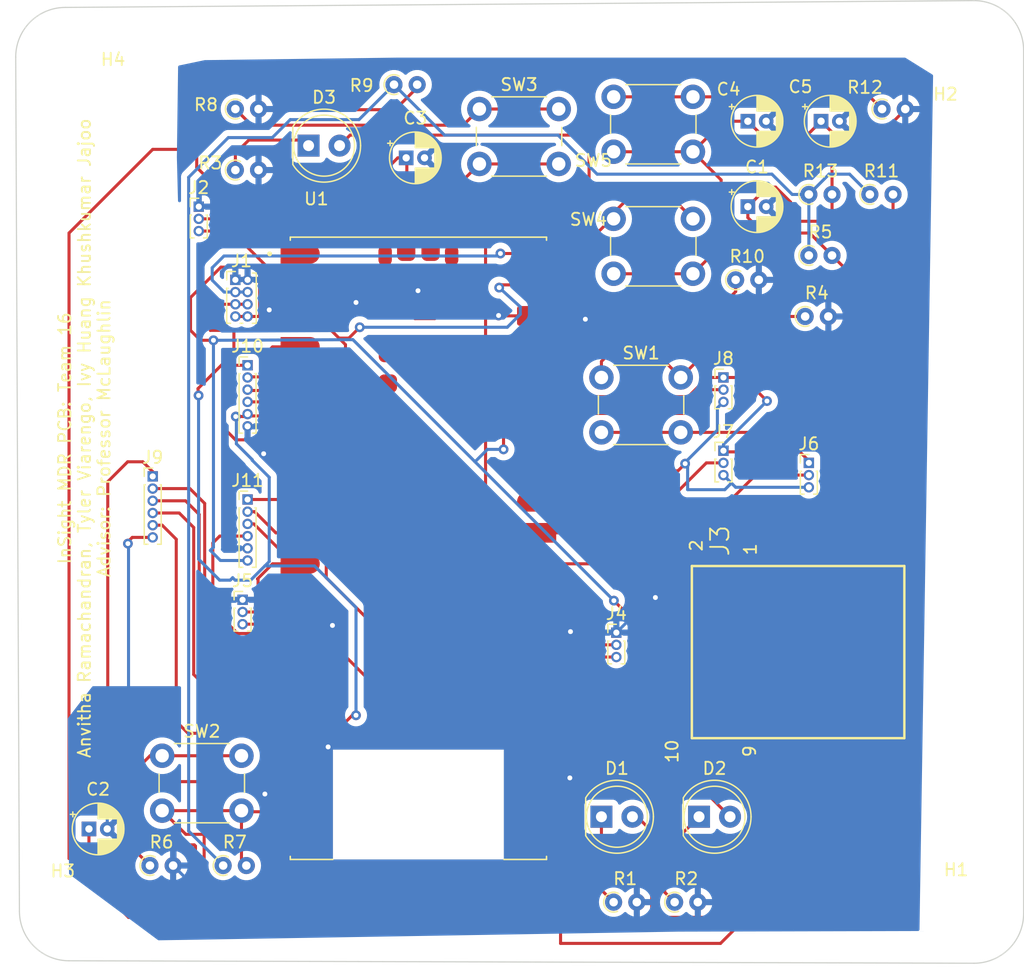
<source format=kicad_pcb>
(kicad_pcb (version 20221018) (generator pcbnew)
  (layers (0 "F.Cu" signal) (31 "B.Cu" signal) (34 "B.Paste" user) (35 "F.Paste" user) (36 "B.SilkS" user "B.Silkscreen") (37 "F.SilkS" user "F.Silkscreen") (38 "B.Mask" user) (39 "F.Mask" user) (44 "Edge.Cuts" user))
  (net 0 "")
  (net 1 "/RST")
  (net 2 "GND")
  (net 3 "/SW0")
  (net 4 "/SW1")
  (net 5 "/SW2")
  (net 6 "Net-(D1-K)")
  (net 7 "+3.3V")
  (net 8 "Net-(D2-K)")
  (net 9 "/LED0")
  (net 10 "Net-(D3-K)")
  (net 11 "/LED1")
  (net 12 "VBUS")
  (net 13 "+5V")
  (net 14 "/GP0_UART0_TX")
  (net 15 "/GP1_UART0_RX")
  (net 16 "/I2C0_SDA")
  (net 17 "/I2C0_SCL")
  (net 18 "/SWCLK")
  (net 19 "/SWDIO")
  (net 20 "/GP8_UART1_TX")
  (net 21 "/GP9_UART1_RX")
  (net 22 "VDDA")
  (net 23 "/GP26_ADC0")
  (net 24 "GNDA")
  (net 25 "/GP27_ADC1")
  (net 26 "/GP28_ADC2")
  (net 27 "/SPI1_CS")
  (net 28 "/SPI1_SCK")
  (net 29 "/SPI1_MOSI")
  (net 30 "/SPI1_MISO")
  (net 31 "/SPI0_CS")
  (net 32 "/SPI0_SCK")
  (net 33 "/SPI0_MOSI")
  (net 34 "/SPI0_MISO")
  (net 35 "/GP6_INT")
  (net 36 "/GP7_AD0")
  (net 37 "/I2C1_SDA")
  (net 38 "/I2C1_SCL")
  (net 39 "Net-(R4-Pad1)")
  (net 40 "+3V3")
  (net 41 "Net-(R6-Pad1)")
  (net 42 "Net-(R8-Pad1)")
  (net 43 "Net-(R10-Pad1)")
  (net 50 "unconnected-(U1-USB_SHIELD-PadA)")
  (net 51 "Net-(R12-Pad1)")
  (footprint "Connector_PinHeader_1.00mm:PinHeader_1x06_P1.00mm_Vertical" (layer "F.Cu") (at 49.2252 62.1068)
    (fp_text reference "J9")
    (fp_text value "Conn_01x06")
  )
  (footprint "MountingHole:MountingHole_3.2mm_M3_ISO7380" (layer "F.Cu") (at 42.6212 28.2956)
    (fp_text reference "H4")
    (fp_text value "MountingHole")
  )
  (footprint "Resistor_THT:R_Axial_DIN0204_L3.6mm_D1.6mm_P1.90mm_Vertical" (layer "F.Cu") (at 56 32)
    (fp_text reference "R8")
    (fp_text value "100")
  )
  (footprint "Connector_PinHeader_1.00mm:PinHeader_1x03_P1.00mm_Vertical" (layer "F.Cu") (at 87.2236 74.9112)
    (fp_text reference "J4")
    (fp_text value "Conn_01x03")
  )
  (footprint "Button_Switch_THT:SW_PUSH_6mm" (layer "F.Cu") (at 76 32)
    (fp_text reference "SW3")
    (fp_text value "SW_Push")
  )
  (footprint "Resistor_THT:R_Axial_DIN0204_L3.6mm_D1.6mm_P1.90mm_Vertical" (layer "F.Cu") (at 92 97)
    (fp_text reference "R2")
    (fp_text value "330")
  )
  (footprint "Resistor_THT:R_Axial_DIN0204_L3.6mm_D1.6mm_P1.90mm_Vertical" (layer "F.Cu") (at 49 94)
    (fp_text reference "R6")
    (fp_text value "100")
  )
  (footprint "Button_Switch_THT:SW_PUSH_6mm" (layer "F.Cu") (at 50 85)
    (fp_text reference "SW2")
    (fp_text value "SW_Push")
  )
  (footprint "Connector_PinHeader_1.00mm:PinHeader_1x06_P1.00mm_Vertical" (layer "F.Cu") (at 57 53)
    (fp_text reference "J10")
    (fp_text value "Conn_01x06")
  )
  (footprint "Capacitor_THT:CP_Radial_D4.0mm_P1.50mm" (layer "F.Cu") (at 104 33)
    (fp_text reference "C5")
    (fp_text value "100nF")
  )
  (footprint "Capacitor_THT:CP_Radial_D4.0mm_P1.50mm" (layer "F.Cu") (at 98 40)
    (fp_text reference "C1")
    (fp_text value "100nF")
  )
  (footprint "Button_Switch_THT:SW_PUSH_6mm" (layer "F.Cu") (at 86 54)
    (fp_text reference "SW1")
    (fp_text value "SW_Push")
  )
  (footprint "Resistor_THT:R_Axial_DIN0204_L3.6mm_D1.6mm_P1.90mm_Vertical" (layer "F.Cu") (at 56 37)
    (fp_text reference "R3")
    (fp_text value "330")
  )
  (footprint "Resistor_THT:R_Axial_DIN0204_L3.6mm_D1.6mm_P1.90mm_Vertical" (layer "F.Cu") (at 108 39)
    (fp_text reference "R11")
    (fp_text value "10k")
  )
  (footprint "Connector_PinHeader_1.00mm:PinHeader_1x03_P1.00mm_Vertical" (layer "F.Cu") (at 96 60)
    (fp_text reference "J7")
    (fp_text value "Conn_01x03")
  )
  (footprint "MountingHole:MountingHole_3.2mm_M3_ISO7380" (layer "F.Cu") (at 41.8592 98.298)
    (fp_text reference "H3")
    (fp_text value "MountingHole")
  )
  (footprint "Connector_PinHeader_1.00mm:PinHeader_1x03_P1.00mm_Vertical" (layer "F.Cu") (at 103 61)
    (fp_text reference "J6")
    (fp_text value "Conn_01x03")
  )
  (footprint "Capacitor_THT:CP_Radial_D4.0mm_P1.50mm" (layer "F.Cu") (at 44 91)
    (fp_text reference "C2")
    (fp_text value "100nF")
  )
  (footprint "LED_THT:LED_D5.0mm" (layer "F.Cu") (at 62 35)
    (fp_text reference "D3")
    (fp_text value "LED")
  )
  (footprint "LED_THT:LED_D5.0mm" (layer "F.Cu") (at 86 90)
    (fp_text reference "D1")
    (fp_text value "LED")
  )
  (footprint "Resistor_THT:R_Axial_DIN0204_L3.6mm_D1.6mm_P1.90mm_Vertical" (layer "F.Cu") (at 109 32)
    (fp_text reference "R12")
    (fp_text value "100")
  )
  (footprint "Resistor_THT:R_Axial_DIN0204_L3.6mm_D1.6mm_P1.90mm_Vertical" (layer "F.Cu") (at 103 44)
    (fp_text reference "R5")
    (fp_text value "10k")
  )
  (footprint "Connector_PinHeader_1.00mm:PinHeader_1x03_P1.00mm_Vertical" (layer "F.Cu") (at 56.5912 72.2188)
    (fp_text reference "J5")
    (fp_text value "Conn_01x03")
  )
  (footprint "SAMTEC-SMH-105-02-X-D:SAMTEC-SMH-105-02-X-D" (layer "F.Cu") (at 106.1212 76.5048 -90)
    (fp_text reference "J3")
    (fp_text value "SM04B-SRSS-TB")
  )
  (footprint "Resistor_THT:R_Axial_DIN0204_L3.6mm_D1.6mm_P1.90mm_Vertical" (layer "F.Cu") (at 103 39)
    (fp_text reference "R13")
    (fp_text value "10k")
  )
  (footprint "LED_THT:LED_D5.0mm" (layer "F.Cu") (at 94 90)
    (fp_text reference "D2")
    (fp_text value "LED")
  )
  (footprint "Connector_PinHeader_1.00mm:PinHeader_1x06_P1.00mm_Vertical" (layer "F.Cu") (at 57 64)
    (fp_text reference "J11")
    (fp_text value "Conn_01x06")
  )
  (footprint "Button_Switch_THT:SW_PUSH_6mm" (layer "F.Cu") (at 87 41)
    (fp_text reference "SW4")
    (fp_text value "SW_Push")
  )
  (footprint "Capacitor_THT:CP_Radial_D4.0mm_P1.50mm" (layer "F.Cu") (at 70 36)
    (fp_text reference "C3")
    (fp_text value "100nF")
  )
  (footprint "Connector_PinHeader_1.00mm:PinHeader_1x03_P1.00mm_Vertical" (layer "F.Cu") (at 96 54)
    (fp_text reference "J8")
    (fp_text value "Conn_01x03")
  )
  (footprint "Resistor_THT:R_Axial_DIN0204_L3.6mm_D1.6mm_P1.90mm_Vertical" (layer "F.Cu") (at 97 46)
    (fp_text reference "R10")
    (fp_text value "100")
  )
  (footprint "Resistor_THT:R_Axial_DIN0204_L3.6mm_D1.6mm_P1.90mm_Vertical" (layer "F.Cu") (at 102.6972 49)
    (fp_text reference "R4")
    (fp_text value "100")
  )
  (footprint "Connector_PinHeader_1.00mm:PinHeader_2x04_P1.00mm_Vertical" (layer "F.Cu") (at 56 46)
    (fp_text reference "J1")
    (fp_text value "Conn_02x04_Odd_Even")
  )
  (footprint "MountingHole:MountingHole_3.2mm_M3_ISO7380" (layer "F.Cu") (at 115.062 98.1964)
    (fp_text reference "H1")
    (fp_text value "MountingHole")
  )
  (footprint "Button_Switch_THT:SW_PUSH_6mm" (layer "F.Cu") (at 87 31)
    (fp_text reference "SW5")
    (fp_text value "SW_Push")
  )
  (footprint "Resistor_THT:R_Axial_DIN0204_L3.6mm_D1.6mm_P1.90mm_Vertical" (layer "F.Cu") (at 87 97)
    (fp_text reference "R1")
    (fp_text value "330")
  )
  (footprint "Resistor_THT:R_Axial_DIN0204_L3.6mm_D1.6mm_P1.90mm_Vertical" (layer "F.Cu") (at 69 30)
    (fp_text reference "R9")
    (fp_text value "10k")
  )
  (footprint "Connector_PinHeader_1.00mm:PinHeader_1x03_P1.00mm_Vertical" (layer "F.Cu") (at 53 40)
    (fp_text reference "J2")
    (fp_text value "Conn_01x03")
  )
  (footprint "Resistor_THT:R_Axial_DIN0204_L3.6mm_D1.6mm_P1.90mm_Vertical" (layer "F.Cu") (at 55 94)
    (fp_text reference "R7")
    (fp_text value "10k")
  )
  (footprint "Capacitor_THT:CP_Radial_D4.0mm_P1.50mm" (layer "F.Cu") (at 98 33)
    (fp_text reference "C4")
    (fp_text value "100nF")
  )
  (footprint "SC0918:MODULE_SC0918" (layer "F.Cu") (at 71 68)
    (fp_text reference "U1")
    (fp_text value "SC0918")
    (fp_line (start -7 16.5) (end 7 16.5) (stroke (width 0.01)) (layer "Edge.Cuts"))
    (fp_line (start -7 25.5) (end -7 16.5) (stroke (width 0.01)) (layer "Edge.Cuts"))
    (fp_line (start 7 16.5) (end 7 25.5) (stroke (width 0.01)) (layer "Edge.Cuts"))
    (fp_line (start 7 25.5) (end -7 25.5) (stroke (width 0.01)) (layer "Edge.Cuts"))
  )
  (footprint "MountingHole:MountingHole_3.2mm_M3_ISO7380" (layer "F.Cu") (at 114.3 27.5336)
    (fp_text reference "H2")
    (fp_text value "MountingHole")
  )
  (gr_arc (start 37.9984 27.7368) (mid 39.188718 24.863118) (end 42.0624 23.6728) (stroke (width 0.1)) (layer "Edge.Cuts"))
  (gr_line (start 37.9984 27.7368) (end 38.3032 97.7392) (stroke (width 0.1)) (layer "Edge.Cuts"))
  (gr_arc (start 120.5992 97.9424) (mid 119.408882 100.816082) (end 116.5352 102.0064) (stroke (width 0.1)) (layer "Edge.Cuts"))
  (gr_arc (start 42.3672 101.8032) (mid 39.493518 100.612882) (end 38.3032 97.7392) (stroke (width 0.1)) (layer "Edge.Cuts"))
  (gr_line (start 116.5352 102.0064) (end 42.3672 101.8032) (stroke (width 0.1)) (layer "Edge.Cuts"))
  (gr_line (start 42.0624 23.6728) (end 116.5352 23.114) (stroke (width 0.1)) (layer "Edge.Cuts"))
  (gr_line (start 120.5992 27.178) (end 120.5992 97.9424) (stroke (width 0.1)) (layer "Edge.Cuts"))
  (gr_arc (start 116.5352 23.114) (mid 119.408882 24.304318) (end 120.5992 27.178) (stroke (width 0.1)) (layer "Edge.Cuts"))
  (gr_text "InSight MDR PCB: Team 16\nAnvitha Ramachandran, Tyler Viarengo, Ivy Huang Khushkumar Jajoo\nAdvisor: Professor McLaughlin" (at 45.8216 58.9788 90) (layer "F.SilkS") (effects (font (size 1 1)) (justify bottom)))
  (segment (start 98 40.9008) (end 99.2632 42.164) (width 0.25) (layer "F.Cu") (net 1))
  (segment (start 103.2468 69.27) (end 80.69 69.27) (width 0.25) (layer "F.Cu") (net 1))
  (segment (start 107.6452 52.0192) (end 107.6452 46.7452) (width 0.25) (layer "F.Cu") (net 1))
  (segment (start 104.4956 41.1988) (end 109.9312 46.6344) (width 0.25) (layer "F.Cu") (net 1))
  (segment (start 107.6452 46.7452) (end 104.9 44) (width 0.25) (layer "F.Cu") (net 1))
  (segment (start 101.4984 41.1988) (end 104.4956 41.1988) (width 0.25) (layer "F.Cu") (net 1))
  (segment (start 99.2632 42.164) (end 103.064 42.164) (width 0.25) (layer "F.Cu") (net 1))
  (segment (start 101.4984 39.624) (end 101.4984 41.1988) (width 0.25) (layer "F.Cu") (net 1))
  (segment (start 103.064 42.164) (end 104.9 44) (width 0.25) (layer "F.Cu") (net 1))
  (segment (start 109.9312 62.5856) (end 103.2468 69.27) (width 0.25) (layer "F.Cu") (net 1))
  (segment (start 98 40) (end 99.5952 38.4048) (width 0.25) (layer "F.Cu") (net 1))
  (segment (start 109.9312 46.6344) (end 109.9312 62.5856) (width 0.25) (layer "F.Cu") (net 1))
  (segment (start 98 40) (end 98 40.9008) (width 0.25) (layer "F.Cu") (net 1))
  (segment (start 99.5952 38.4048) (end 100.2792 38.4048) (width 0.25) (layer "F.Cu") (net 1))
  (segment (start 92.5 58.5) (end 101.1644 58.5) (width 0.25) (layer "F.Cu") (net 1))
  (segment (start 86 58.5) (end 92.5 58.5) (width 0.25) (layer "F.Cu") (net 1))
  (segment (start 100.2792 38.4048) (end 101.4984 39.624) (width 0.25) (layer "F.Cu") (net 1))
  (segment (start 101.1644 58.5) (end 107.6452 52.0192) (width 0.25) (layer "F.Cu") (net 1))
  (segment (start 77.0128 72.4408) (end 74.676 72.4408) (width 0.25) (layer "F.Cu") (net 2))
  (segment (start 98.1456 70.2056) (end 92.2528 70.2056) (width 0.25) (layer "F.Cu") (net 2))
  (segment (start 83.1808 87.05) (end 83.4136 86.8172) (width 0.25) (layer "F.Cu") (net 2))
  (segment (start 58.42 88.138) (end 60.222 88.138) (width 0.25) (layer "F.Cu") (net 2))
  (segment (start 74.676 72.4408) (end 74.1241 72.9927) (width 0.25) (layer "F.Cu") (net 2))
  (segment (start 61.8956 87.05) (end 63.5 85.4456) (width 0.25) (layer "F.Cu") (net 2))
  (segment (start 98.8442 70.9042) (end 98.1456 70.2056) (width 0.25) (layer "F.Cu") (net 2))
  (segment (start 110.9 32) (end 110.9 32.0512) (width 0.25) (layer "F.Cu") (net 2))
  (segment (start 55.0672 72.644) (end 55.4924 72.2188) (width 0.25) (layer "F.Cu") (net 2))
  (segment (start 55.0672 73.8632) (end 55.0672 72.644) (width 0.25) (layer "F.Cu") (net 2))
  (segment (start 62.4064 47.8536) (end 61.31 48.95) (width 0.25) (layer "F.Cu") (net 2))
  (segment (start 61.31 48.95) (end 59.2624 48.95) (width 0.25) (layer "F.Cu") (net 2))
  (segment (start 47.5488 67.1068) (end 47.1932 67.4624) (width 0.25) (layer "F.Cu") (net 2))
  (segment (start 80.69 74.35) (end 78.922 74.35) (width 0.25) (layer "F.Cu") (net 2))
  (segment (start 56.1848 74.9808) (end 55.0672 73.8632) (width 0.25) (layer "F.Cu") (net 2))
  (segment (start 61.31 87.05) (end 61.8956 87.05) (width 0.25) (layer "F.Cu") (net 2))
  (segment (start 63.5 85.4456) (end 63.5 84.3788) (width 0.25) (layer "F.Cu") (net 2))
  (segment (start 77.6012 48.95) (end 77.5716 48.9204) (width 0.25) (layer "F.Cu") (net 2))
  (segment (start 60.6792 74.9808) (end 56.1848 74.9808) (width 0.25) (layer "F.Cu") (net 2))
  (segment (start 61.31 74.35) (end 61.3396 74.3204) (width 0.25) (layer "F.Cu") (net 2))
  (segment (start 63.5 84.3788) (end 63.6016 84.2772) (width 0.25) (layer "F.Cu") (net 2))
  (segment (start 74.1241 72.9927) (end 74.1241 73.7) (width 0.25) (layer "F.Cu") (net 2))
  (segment (start 92.2528 70.2056) (end 90.424 72.0344) (width 0.25) (layer "F.Cu") (net 2))
  (segment (start 108.2548 34.6964) (end 107.1964 34.6964) (width 0.25) (layer "F.Cu") (net 2))
  (segment (start 59.9088 60.2488) (end 61.31 61.65) (width 0.25) (layer "F.Cu") (net 2))
  (segment (start 80.69 48.95) (end 77.6012 48.95) (width 0.25) (layer "F.Cu") (net 2))
  (segment (start 98.8442 71.4248) (end 98.8442 70.9042) (width 0.25) (layer "F.Cu") (net 2))
  (segment (start 107.1964 34.6964) (end 105.5 33) (width 0.25) (layer "F.Cu") (net 2))
  (segment (start 84.4084 48.95) (end 80.69 48.95) (width 0.25) (layer "F.Cu") (net 2))
  (segment (start 65.8876 47.8536) (end 62.4064 47.8536) (width 0.25) (layer "F.Cu") (net 2))
  (segment (start 55.4924 72.2188) (end 56.5912 72.2188) (width 0.25) (layer "F.Cu") (net 2))
  (segment (start 84.6836 49.2252) (end 84.4084 48.95) (width 0.25) (layer "F.Cu") (net 2))
  (segment (start 49.2252 67.1068) (end 47.5488 67.1068) (width 0.25) (layer "F.Cu") (net 2))
  (segment (start 58.3184 60.2488) (end 59.9088 60.2488) (width 0.25) (layer "F.Cu") (net 2))
  (segment (start 61.31 74.35) (end 60.6792 74.9808) (width 0.25) (layer "F.Cu") (net 2))
  (segment (start 81.1684 74.8284) (end 80.69 74.35) (width 0.25) (layer "F.Cu") (net 2))
  (segment (start 60.222 88.138) (end 61.31 87.05) (width 0.25) (layer "F.Cu") (net 2))
  (segment (start 83.4644 74.8284) (end 81.1684 74.8284) (width 0.25) (layer "F.Cu") (net 2))
  (segment (start 61.3396 74.3204) (end 63.9572 74.3204) (width 0.25) (layer "F.Cu") (net 2))
  (segment (start 110.9 32.0512) (end 108.2548 34.6964) (width 0.25) (layer "F.Cu") (net 2))
  (segment (start 78.922 74.35) (end 77.0128 72.4408) (width 0.25) (layer "F.Cu") (net 2))
  (segment (start 59.2624 48.95) (end 58.7756 48.4632) (width 0.25) (layer "F.Cu") (net 2))
  (segment (start 80.69 87.05) (end 83.1808 87.05) (width 0.25) (layer "F.Cu") (net 2))
  (via (at 65.8876 47.8536) (size 0.8) (drill 0.4) (layers "F.Cu" "B.Cu") (net 2))
  (via (at 83.4136 86.8172) (size 0.8) (drill 0.4) (layers "F.Cu" "B.Cu") (net 2))
  (via (at 58.42 88.138) (size 0.8) (drill 0.4) (layers "F.Cu" "B.Cu") (net 2))
  (via (at 58.3184 60.2488) (size 0.8) (drill 0.4) (layers "F.Cu" "B.Cu") (net 2))
  (via (at 63.9572 74.3204) (size 0.8) (drill 0.4) (layers "F.Cu" "B.Cu") (net 2))
  (via (at 90.424 72.0344) (size 0.8) (drill 0.4) (layers "F.Cu" "B.Cu") (net 2))
  (via (at 84.6836 49.2252) (size 0.8) (drill 0.4) (layers "F.Cu" "B.Cu") (net 2))
  (via (at 83.4644 74.8284) (size 0.8) (drill 0.4) (layers "F.Cu" "B.Cu") (net 2))
  (via (at 47.1932 67.6148) (size 0.8) (drill 0.4) (layers "F.Cu" "B.Cu") (net 2))
  (via (at 77.5716 48.9204) (size 0.8) (drill 0.4) (layers "F.Cu" "B.Cu") (net 2))
  (via (at 58.7756 48.4632) (size 0.8) (drill 0.4) (layers "F.Cu" "B.Cu") (net 2))
  (via (at 70.9676 46.8884) (size 0.8) (drill 0.4) (layers "F.Cu" "B.Cu") (net 2))
  (via (at 63.6016 84.2772) (size 0.8) (drill 0.4) (layers "F.Cu" "B.Cu") (net 2))
  (segment (start 70.9676 46.7868) (end 70.9676 46.8884) (width 0.25) (layer "B.Cu") (net 2))
  (segment (start 58.42 94.6404) (end 56.7944 96.266) (width 0.25) (layer "B.Cu") (net 2))
  (segment (start 50.9 94) (end 52.2024 94) (width 0.25) (layer "B.Cu") (net 2))
  (segment (start 58.446 46) (end 58.7756 46.3296) (width 0.25) (layer "B.Cu") (net 2))
  (segment (start 56.1636 68) (end 55.118 66.9544) (width 0.25) (layer "B.Cu") (net 2))
  (segment (start 63.9572 83.7692) (end 63.6016 84.2772) (width 0.25) (layer "B.Cu") (net 2))
  (segment (start 56.8772 68.1228) (end 57 68) (width 0.25) (layer "B.Cu") (net 2))
  (segment (start 57 46) (end 58.446 46) (width 0.25) (layer "B.Cu") (net 2))
  (segment (start 75.438 46.7868) (end 77.5716 48.9204) (width 0.25) (layer "B.Cu") (net 2))
  (segment (start 55.9816 51.8668) (end 57.7596 51.8668) (width 0.25) (layer "B.Cu") (net 2))
  (segment (start 51.054 93.846) (end 50.9 94) (width 0.25) (layer "B.Cu") (net 2))
  (segment (start 69.9008 47.8536) (end 65.8876 47.8536) (width 0.25) (layer "B.Cu") (net 2))
  (segment (start 53.166 96.266) (end 50.9 94) (width 0.25) (layer "B.Cu") (net 2))
  (segment (start 83.4644 74.8284) (end 83.4644 86.7664) (width 0.25) (layer "B.Cu") (net 2))
  (segment (start 55.6448 72.2188) (end 55.0672 72.7964) (width 0.25) (layer "B.Cu") (net 2))
  (segment (start 43.2816 88.9508) (end 43.2816 82.042) (width 0.25) (layer "B.Cu") (net 2))
  (segment (start 56.5912 72.2188) (end 55.6448 72.2188) (width 0.25) (layer "B.Cu") (net 2))
  (segment (start 90.17 71.9648) (end 87.2236 74.9112) (width 0.25) (layer "B.Cu") (net 2))
  (segment (start 47.244 79.8068) (end 47.0408 80.01) (width 0.25) (layer "B.Cu") (net 2))
  (segment (start 57.2888 58) (end 57 58) (width 0.25) (layer "B.Cu") (net 2))
  (segment (start 47.1932 67.6148) (end 47.244 67.6656) (width 0.25) (layer "B.Cu") (net 2))
  (segment (start 63.9572 74.3204) (end 63.9572 83.7692) (width 0.25) (layer "B.Cu") (net 2))
  (segment (start 57 68) (end 56.1636 68) (width 0.25) (layer "B.Cu") (net 2))
  (segment (start 90.424 71.7804) (end 90.424 54.9656) (width 0.25) (layer "B.Cu") (net 2))
  (segment (start 47.8028 90.7796) (end 49.1744 92.1512) (width 0.25) (layer "B.Cu") (net 2))
  (segment (start 45.3136 80.01) (end 47.0408 80.01) (width 0.25) (layer "B.Cu") (net 2))
  (segment (start 56.7944 96.266) (end 53.166 96.266) (width 0.25) (layer "B.Cu") (net 2))
  (segment (start 51.054 92.1512) (end 51.054 93.846) (width 0.25) (layer "B.Cu") (net 2))
  (segment (start 58.7756 46.3296) (end 58.7756 48.4632) (width 0.25) (layer "B.Cu") (net 2))
  (segment (start 58.3184 60.2488) (end 57 58.9304) (width 0.25) (layer "B.Cu") (net 2))
  (segment (start 87.1408 74.8284) (end 83.4644 74.8284) (width 0.25) (layer "B.Cu") (net 2))
  (segment (start 70.9676 46.7868) (end 70.9676 46.7868) (width 0.25) (layer "B.Cu") (net 2))
  (segment (start 55.118 52.9844) (end 55.9816 52.1208) (width 0.25) (layer "B.Cu") (net 2))
  (segment (start 57 58.9304) (end 57 58) (width 0.25) (layer "B.Cu") (net 2))
  (segment (start 45.5 90.1532) (end 44.2976 88.9508) (width 0.25) (layer "B.Cu") (net 2))
  (segment (start 70.9676 46.8884) (end 70.866 46.8884) (width 0.25) (layer "B.Cu") (net 2))
  (segment (start 45.5 91) (end 45.5 90.1532) (width 0.25) (layer "B.Cu") (net 2))
  (segment (start 43.2816 82.042) (end 45.3136 80.01) (width 0.25) (layer "B.Cu") (net 2))
  (segment (start 63.6016 84.2772) (end 63.6524 84.074) (width 0.25) (layer "B.Cu") (net 2))
  (segment (start 83.4644 86.7664) (end 83.4136 86.8172) (width 0.25) (layer "B.Cu") (net 2))
  (segment (start 70.9676 46.7868) (end 75.438 46.7868) (width 0.25) (layer "B.Cu") (net 2))
  (segment (start 70.866 46.8884) (end 69.9008 47.8536) (width 0.25) (layer "B.Cu") (net 2))
  (segment (start 59.0296 53.1368) (end 59.0296 59.5376) (width 0.25) (layer "B.Cu") (net 2))
  (segment (start 47.244 67.6656) (end 47.244 79.8068) (width 0.25) (layer "B.Cu") (net 2))
  (segment (start 57.7596 51.8668) (end 59.0296 53.1368) (width 0.25) (layer "B.Cu") (net 2))
  (segment (start 58.42 88.138) (end 58.42 94.6404) (width 0.25) (layer "B.Cu") (net 2))
  (segment (start 59.0296 59.5376) (end 58.3184 60.2488) (width 0.25) (layer "B.Cu") (net 2))
  (segment (start 87.2236 74.9112) (end 87.1408 74.8284) (width 0.25) (layer "B.Cu") (net 2))
  (segment (start 55.0672 72.7964) (end 55.0672 73.8632) (width 0.25) (layer "B.Cu") (net 2))
  (segment (start 49.1744 92.1512) (end 51.054 92.1512) (width 0.25) (layer "B.Cu") (net 2))
  (segment (start 55.118 66.9544) (end 55.118 52.9844) (width 0.25) (layer "B.Cu") (net 2))
  (segment (start 55.9816 52.1208) (end 55.9816 51.8668) (width 0.25) (layer "B.Cu") (net 2))
  (segment (start 44.2976 88.9508) (end 43.2816 88.9508) (width 0.25) (layer "B.Cu") (net 2))
  (segment (start 90.424 54.9656) (end 84.6836 49.2252) (width 0.25) (layer "B.Cu") (net 2))
  (segment (start 56.5 89.5) (end 50 89.5) (width 0.25) (layer "F.Cu") (net 3))
  (segment (start 51.94 91.44) (end 53.4416 91.44) (width 0.25) (layer "F.Cu") (net 3))
  (segment (start 53.4416 91.44) (end 53.4416 96.1136) (width 0.25) (layer "F.Cu") (net 3))
  (segment (start 61.31 89.59) (end 56.59 89.59) (width 0.25) (layer "F.Cu") (net 3))
  (segment (start 53.0606 96.4946) (end 47.879 96.4946) (width 0.25) (layer "F.Cu") (net 3))
  (segment (start 44 92.6156) (end 44 91) (width 0.25) (layer "F.Cu") (net 3))
  (segment (start 56.5 89.5) (end 56.5 93.6) (width 0.25) (layer "F.Cu") (net 3))
  (segment (start 53.4416 96.1136) (end 53.0606 96.4946) (width 0.25) (layer "F.Cu") (net 3))
  (segment (start 50 89.5) (end 51.94 91.44) (width 0.25) (layer "F.Cu") (net 3))
  (segment (start 47.879 96.4946) (end 44 92.6156) (width 0.25) (layer "F.Cu") (net 3))
  (segment (start 56.5 93.6) (end 56.9 94) (width 0.25) (layer "F.Cu") (net 3))
  (segment (start 56.59 89.59) (end 56.5 89.5) (width 0.25) (layer "F.Cu") (net 3))
  (segment (start 47.244 98.2472) (end 59.7916 98.2472) (width 0.25) (layer "F.Cu") (net 4))
  (segment (start 66.04 39.2684) (end 69.3084 36) (width 0.25) (layer "F.Cu") (net 4))
  (segment (start 52.832 35.306) (end 49.2252 35.306) (width 0.25) (layer "F.Cu") (net 4))
  (segment (start 69.088 32.0548) (end 61.0108 32.0548) (width 0.25) (layer "F.Cu") (net 4))
  (segment (start 74.1968 38.3032) (end 70.0532 38.3032) (width 0.25) (layer "F.Cu") (net 4))
  (segment (start 42.3672 42.164) (end 42.3672 93.4212) (width 0.25) (layer "F.Cu") (net 4))
  (segment (start 47.244 98.2472) (end 42.418 93.4212) (width 0.25) (layer "F.Cu") (net 4))
  (segment (start 52.832 36.7792) (end 55.3212 39.2684) (width 0.25) (layer "F.Cu") (net 4))
  (segment (start 82.5 36.5) (end 76 36.5) (width 0.25) (layer "F.Cu") (net 4))
  (segment (start 52.832 35.306) (end 52.832 36.7792) (width 0.25) (layer "F.Cu") (net 4))
  (segment (start 49.2252 35.306) (end 42.3672 42.164) (width 0.25) (layer "F.Cu") (net 4))
  (segment (start 69.3084 36) (end 70 36) (width 0.25) (layer "F.Cu") (net 4))
  (segment (start 64.77 39.2684) (end 66.04 39.2684) (width 0.25) (layer "F.Cu") (net 4))
  (segment (start 60.198 97.8408) (end 60.198 93.242) (width 0.25) (layer "F.Cu") (net 4))
  (segment (start 60.198 93.242) (end 61.31 92.13) (width 0.25) (layer "F.Cu") (net 4))
  (segment (start 59.7916 98.2472) (end 60.198 97.8408) (width 0.25) (layer "F.Cu") (net 4))
  (segment (start 70.0532 38.3032) (end 70.0532 36.0532) (width 0.25) (layer "F.Cu") (net 4))
  (segment (start 55.3212 39.2684) (end 64.77 39.2684) (width 0.25) (layer "F.Cu") (net 4))
  (segment (start 76 36.5) (end 74.1968 38.3032) (width 0.25) (layer "F.Cu") (net 4))
  (segment (start 70.0532 36.0532) (end 70 36) (width 0.25) (layer "F.Cu") (net 4))
  (segment (start 70.9 30.2428) (end 69.088 32.0548) (width 0.25) (layer "F.Cu") (net 4))
  (segment (start 52.832 31.2928) (end 52.832 35.306) (width 0.25) (layer "F.Cu") (net 4))
  (segment (start 42.418 93.4212) (end 42.3672 93.4212) (width 0.25) (layer "F.Cu") (net 4))
  (segment (start 61.0108 32.0548) (end 58.5724 29.6164) (width 0.25) (layer "F.Cu") (net 4))
  (segment (start 58.5724 29.6164) (end 54.5084 29.6164) (width 0.25) (layer "F.Cu") (net 4))
  (segment (start 70.9 30) (end 70.9 30.2428) (width 0.25) (layer "F.Cu") (net 4))
  (segment (start 54.5084 29.6164) (end 52.832 31.2928) (width 0.25) (layer "F.Cu") (net 4))
  (segment (start 104.9 39) (end 104.9 33.9) (width 0.25) (layer "F.Cu") (net 5))
  (segment (start 109.9 40.5188) (end 109.3216 41.0972) (width 0.25) (layer "F.Cu") (net 5))
  (segment (start 104.9 40.2316) (end 104.9 39) (width 0.25) (layer "F.Cu") (net 5))
  (segment (start 107.5944 41.0972) (end 110.8456 44.3484) (width 0.25) (layer "F.Cu") (net 5))
  (segment (start 95.758 100.3808) (end 107.7468 88.392) (width 0.25) (layer "F.Cu") (net 5))
  (segment (start 107.7468 88.392) (end 110.8456 85.2932) (width 0.25) (layer "F.Cu") (net 5))
  (segment (start 93.5 45.5) (end 87 45.5) (width 0.25) (layer "F.Cu") (net 5))
  (segment (start 104.9 33.9) (end 104 33) (width 0.25) (layer "F.Cu") (net 5))
  (segment (start 110.8456 44.3484) (end 110.8456 44.7548) (width 0.25) (layer "F.Cu") (net 5))
  (segment (start 105.7656 41.0972) (end 104.9 40.2316) (width 0.25) (layer "F.Cu") (net 5))
  (segment (start 82.6516 94.0916) (end 82.6516 100.3808) (width 0.25) (layer "F.Cu") (net 5))
  (segment (start 102.1004 34.8996) (end 99.8996 34.8996) (width 0.25) (layer "F.Cu") (net 5))
  (segment (start 95.8088 43.1912) (end 93.5 45.5) (width 0.25) (layer "F.Cu") (net 5))
  (segment (start 99.8996 34.8996) (end 98 33) (width 0.25) (layer "F.Cu") (net 5))
  (segment (start 110.8456 85.2932) (end 110.8456 44.7548) (width 0.25) (layer "F.Cu") (net 5))
  (segment (start 109.9 39) (end 109.9 40.5188) (width 0.25) (layer "F.Cu") (net 5))
  (segment (start 107.5944 41.0972) (end 105.7656 41.0972) (width 0.25) (layer "F.Cu") (net 5))
  (segment (start 93.5 35.5) (end 87 35.5) (width 0.25) (layer "F.Cu") (net 5))
  (segment (start 95.8088 37.8088) (end 95.8088 43.1912) (width 0.25) (layer "F.Cu") (net 5))
  (segment (start 93.5 35.5) (end 95.8088 37.8088) (width 0.25) (layer "F.Cu") (net 5))
  (segment (start 93.5 35.5) (end 96 33) (width 0.25) (layer "F.Cu") (net 5))
  (segment (start 109.3216 41.0972) (end 107.5944 41.0972) (width 0.25) (layer "F.Cu") (net 5))
  (segment (start 104 33) (end 102.1004 34.8996) (width 0.25) (layer "F.Cu") (net 5))
  (segment (start 96 33) (end 98 33) (width 0.25) (layer "F.Cu") (net 5))
  (segment (start 82.6516 100.3808) (end 95.758 100.3808) (width 0.25) (layer "F.Cu") (net 5))
  (segment (start 80.69 92.13) (end 82.6516 94.0916) (width 0.25) (layer "F.Cu") (net 5))
  (segment (start 86 90) (end 86 96) (width 0.25) (layer "F.Cu") (net 6))
  (segment (start 86 96) (end 87 97) (width 0.25) (layer "F.Cu") (net 6))
  (segment (start 57.934 49) (end 57.9882 48.9458) (width 0.25) (layer "F.Cu") (net 7))
  (segment (start 92.24 74.168) (end 91.0336 74.168) (width 0.25) (layer "F.Cu") (net 7))
  (segment (start 106.0704 74.422) (end 104.4448 72.7964) (width 0.25) (layer "F.Cu") (net 7))
  (segment (start 106.0704 84.3788) (end 106.0704 74.422) (width 0.25) (layer "F.Cu") (net 7))
  (segment (start 90.0176 98.2472) (end 95.3516 98.2472) (width 0.25) (layer "F.Cu") (net 7))
  (segment (start 77.978 54.61) (end 77.978 59.8424) (width 0.25) (layer "F.Cu") (net 7))
  (segment (start 90.1192 98.1456) (end 90.0176 98.2472) (width 0.25) (layer "F.Cu") (net 7))
  (segment (start 53.1368 50.9524) (end 52.324 50.1396) (width 0.25) (layer "F.Cu") (net 7))
  (segment (start 52.324 50.1396) (end 52.324 47.4472) (width 0.25) (layer "F.Cu") (net 7))
  (segment (start 57.9882 48.9458) (end 57.9882 45.4406) (width 0.25) (layer "F.Cu") (net 7))
  (segment (start 52.324 47.4472) (end 54.8132 44.958) (width 0.25) (layer "F.Cu") (net 7))
  (segment (start 57 49) (end 57.934 49) (width 0.25) (layer "F.Cu") (net 7))
  (segment (start 94.9832 71.4248) (end 92.24 74.168) (width 0.25) (layer "F.Cu") (net 7))
  (segment (start 54.2036 50.9524) (end 53.1368 50.9524) (width 0.25) (layer "F.Cu") (net 7))
  (segment (start 88.54 90) (end 88.9332 90) (width 0.25) (layer "F.Cu") (net 7))
  (segment (start 54.8132 44.958) (end 57.5056 44.958) (width 0.25) (layer "F.Cu") (net 7))
  (segment (start 78.558 54.03) (end 77.978 54.61) (width 0.25) (layer "F.Cu") (net 7))
  (segment (start 96.774 93.6752) (end 106.0704 84.3788) (width 0.25) (layer "F.Cu") (net 7))
  (segment (start 88.9 74.168) (end 87.0204 72.2884) (width 0.25) (layer "F.Cu") (net 7))
  (segment (start 96.3548 72.7964) (end 94.9832 71.4248) (width 0.25) (layer "F.Cu") (net 7))
  (segment (start 80.69 54.03) (end 78.558 54.03) (width 0.25) (layer "F.Cu") (net 7))
  (segment (start 96.774 96.8248) (end 96.774 93.6752) (width 0.25) (layer "F.Cu") (net 7))
  (segment (start 57 49) (end 56 49) (width 0.25) (layer "F.Cu") (net 7))
  (segment (start 104.4448 72.7964) (end 96.3548 72.7964) (width 0.25) (layer "F.Cu") (net 7))
  (segment (start 90.1192 91.186) (end 90.1192 98.1456) (width 0.25) (layer "F.Cu") (net 7))
  (segment (start 95.3516 98.2472) (end 96.774 96.8248) (width 0.25) (layer "F.Cu") (net 7))
  (segment (start 57.5056 44.958) (end 57.9882 45.4406) (width 0.25) (layer "F.Cu") (net 7))
  (segment (start 91.0336 74.168) (end 88.9 74.168) (width 0.25) (layer "F.Cu") (net 7))
  (segment (start 88.9332 90) (end 90.1192 91.186) (width 0.25) (layer "F.Cu") (net 7))
  (via (at 54.2036 50.9524) (size 0.8) (drill 0.4) (layers "F.Cu" "B.Cu") (net 7))
  (via (at 87.0204 72.2884) (size 0.8) (drill 0.4) (layers "F.Cu" "B.Cu") (net 7))
  (via (at 77.978 59.8932) (size 0.8) (drill 0.4) (layers "F.Cu" "B.Cu") (net 7))
  (segment (start 57 69) (end 54.776 69) (width 0.25) (layer "B.Cu") (net 7))
  (segment (start 54.2036 50.9524) (end 65.6336 50.9016) (width 0.25) (layer "B.Cu") (net 7))
  (segment (start 75.6412 60.9092) (end 87.0204 72.2884) (width 0.25) (layer "B.Cu") (net 7))
  (segment (start 76.6572 59.8932) (end 75.6412 60.9092) (width 0.25) (layer "B.Cu") (net 7))
  (segment (start 65.6336 50.9016) (end 75.6412 60.9092) (width 0.25) (layer "B.Cu") (net 7))
  (segment (start 77.978 59.8932) (end 76.6572 59.8932) (width 0.25) (layer "B.Cu") (net 7))
  (segment (start 54.776 69) (end 53.9496 68.1736) (width 0.25) (layer "B.Cu") (net 7))
  (segment (start 53.9496 68.1736) (end 54.2036 67.9196) (width 0.25) (layer "B.Cu") (net 7))
  (segment (start 54.2036 67.9196) (end 54.2036 50.9524) (width 0.25) (layer "B.Cu") (net 7))
  (segment (start 92 97) (end 91.186 96.186) (width 0.25) (layer "F.Cu") (net 8))
  (segment (start 91.186 92.814) (end 94 90) (width 0.25) (layer "F.Cu") (net 8))
  (segment (start 91.186 96.186) (end 91.186 92.814) (width 0.25) (layer "F.Cu") (net 8))
  (segment (start 84.6836 88.2904) (end 94.8304 88.2904) (width 0.25) (layer "F.Cu") (net 9))
  (segment (start 94.8304 88.2904) (end 96.54 90) (width 0.25) (layer "F.Cu") (net 9))
  (segment (start 83.384 89.59) (end 84.6836 88.2904) (width 0.25) (layer "F.Cu") (net 9))
  (segment (start 80.69 89.59) (end 83.384 89.59) (width 0.25) (layer "F.Cu") (net 9))
  (segment (start 61.544 34.544) (end 57.0992 34.544) (width 0.25) (layer "F.Cu") (net 10))
  (segment (start 62 35) (end 61.544 34.544) (width 0.25) (layer "F.Cu") (net 10))
  (segment (start 57.0992 34.544) (end 56 35.6432) (width 0.25) (layer "F.Cu") (net 10))
  (segment (start 56 35.6432) (end 56 37) (width 0.25) (layer "F.Cu") (net 10))
  (segment (start 79.5316 71.81) (end 76.5048 68.7832) (width 0.25) (layer "F.Cu") (net 11))
  (segment (start 76.5048 41.5544) (end 77.5716 40.4876) (width 0.25) (layer "F.Cu") (net 11))
  (segment (start 84.9884 34.1376) (end 65.4024 34.1376) (width 0.25) (layer "F.Cu") (net 11))
  (segment (start 80.69 71.81) (end 79.5316 71.81) (width 0.25) (layer "F.Cu") (net 11))
  (segment (start 65.4024 34.1376) (end 64.54 35) (width 0.25) (layer "F.Cu") (net 11))
  (segment (start 76.5048 68.7832) (end 76.5048 41.5544) (width 0.25) (layer "F.Cu") (net 11))
  (segment (start 77.5716 40.4876) (end 82.4484 40.4876) (width 0.25) (layer "F.Cu") (net 11))
  (segment (start 84.7344 38.2016) (end 84.9884 38.2016) (width 0.25) (layer "F.Cu") (net 11))
  (segment (start 84.9884 38.2016) (end 84.9884 34.1376) (width 0.25) (layer "F.Cu") (net 11))
  (segment (start 82.4484 40.4876) (end 84.7344 38.2016) (width 0.25) (layer "F.Cu") (net 11))
  (segment (start 80.6604 43.8404) (end 80.69 43.87) (width 0.25) (layer "F.Cu") (net 12))
  (segment (start 77.724 43.8404) (end 80.6604 43.8404) (width 0.25) (layer "F.Cu") (net 12))
  (via (at 77.724 43.8404) (size 0.8) (drill 0.4) (layers "F.Cu" "B.Cu") (net 12))
  (segment (start 55.0672 44.0436) (end 54.102 45.0088) (width 0.25) (layer "B.Cu") (net 12))
  (segment (start 77.5208 44.0436) (end 55.0672 44.0436) (width 0.25) (layer "B.Cu") (net 12))
  (segment (start 77.724 43.8404) (end 77.5208 44.0436) (width 0.25) (layer "B.Cu") (net 12))
  (segment (start 56 47) (end 57 47) (width 0.25) (layer "B.Cu") (net 12))
  (segment (start 54.102 45.0088) (end 54.102 46.0248) (width 0.25) (layer "B.Cu") (net 12))
  (segment (start 54.102 46.0248) (end 55.0772 47) (width 0.25) (layer "B.Cu") (net 12))
  (segment (start 55.0772 47) (end 56 47) (width 0.25) (layer "B.Cu") (net 12))
  (segment (start 54.0258 53.8226) (end 52.9336 54.9148) (width 0.25) (layer "F.Cu") (net 13))
  (segment (start 54.87 48) (end 53.9496 48.9204) (width 0.25) (layer "F.Cu") (net 13))
  (segment (start 80.69 46.41) (end 77.8468 46.41) (width 0.25) (layer "F.Cu") (net 13))
  (segment (start 55.8292 52.0192) (end 54.0258 53.8226) (width 0.25) (layer "F.Cu") (net 13))
  (segment (start 51.1556 67.2592) (end 50.0032 66.1068) (width 0.25) (layer "F.Cu") (net 13))
  (segment (start 55.88 51.9684) (end 55.8292 52.0192) (width 0.25) (layer "F.Cu") (net 13))
  (segment (start 56 48) (end 54.87 48) (width 0.25) (layer "F.Cu") (net 13))
  (segment (start 50.0032 66.1068) (end 49.2252 66.1068) (width 0.25) (layer "F.Cu") (net 13))
  (segment (start 64.4906 50.7746) (end 65.024 51.308) (width 0.25) (layer "F.Cu") (net 13))
  (segment (start 53.9496 48.9204) (end 53.9496 50.1396) (width 0.25) (layer "F.Cu") (net 13))
  (segment (start 52.9336 54.9148) (end 52.9844 55.4736) (width 0.25) (layer "F.Cu") (net 13))
  (segment (start 51.1556 82.1944) (end 51.1556 67.2592) (width 0.25) (layer "F.Cu") (net 13))
  (segment (start 52.1208 83.1596) (end 51.1556 82.1944) (width 0.25) (layer "F.Cu") (net 13))
  (segment (start 56 48) (end 57 48) (width 0.25) (layer "F.Cu") (net 13))
  (segment (start 64.1096 83.1596) (end 52.1208 83.1596) (width 0.25) (layer "F.Cu") (net 13))
  (segment (start 55.88 50.1396) (end 55.88 51.9684) (width 0.25) (layer "F.Cu") (net 13))
  (segment (start 56.7992 57.2008) (end 56.0324 57.2008) (width 0.25) (layer "F.Cu") (net 13))
  (segment (start 63.8556 50.1396) (end 64.4906 50.7746) (width 0.25) (layer "F.Cu") (net 13))
  (segment (start 77.8468 46.41) (end 77.6224 46.6344) (width 0.25) (layer "F.Cu") (net 13))
  (segment (start 65.024 51.308) (end 65.024 57.912) (width 0.25) (layer "F.Cu") (net 13))
  (segment (start 59.6392 57.912) (end 58.8772 57.15) (width 0.25) (layer "F.Cu") (net 13))
  (segment (start 57 57) (end 56.7992 57.2008) (width 0.25) (layer "F.Cu") (net 13))
  (segment (start 64.4906 50.7746) (end 65.3034 50.7746) (width 0.25) (layer "F.Cu") (net 13))
  (segment (start 65.5828 81.6864) (end 64.1096 83.1596) (width 0.25) (layer "F.Cu") (net 13))
  (segment (start 65.3034 50.7746) (end 66.1924 49.8856) (width 0.25) (layer "F.Cu") (net 13))
  (segment (start 53.9496 50.1396) (end 55.88 50.1396) (width 0.25) (layer "F.Cu") (net 13))
  (segment (start 65.8876 81.6864) (end 65.5828 81.6864) (width 0.25) (layer "F.Cu") (net 13))
  (segment (start 58.8772 57.15) (end 57.15 57.15) (width 0.25) (layer "F.Cu") (net 13))
  (segment (start 57.15 57.15) (end 57 57) (width 0.25) (layer "F.Cu") (net 13))
  (segment (start 55.88 50.1396) (end 63.8556 50.1396) (width 0.25) (layer "F.Cu") (net 13))
  (segment (start 65.024 57.912) (end 59.6392 57.912) (width 0.25) (layer "F.Cu") (net 13))
  (via (at 66.1924 49.8856) (size 0.8) (drill 0.4) (layers "F.Cu" "B.Cu") (net 13))
  (via (at 56.0324 57.2008) (size 0.8) (drill 0.4) (layers "F.Cu" "B.Cu") (net 13))
  (via (at 77.6224 46.6344) (size 0.8) (drill 0.4) (layers "F.Cu" "B.Cu") (net 13))
  (via (at 52.9844 55.4736) (size 0.8) (drill 0.4) (layers "F.Cu" "B.Cu") (net 13))
  (via (at 65.8876 81.6864) (size 0.8) (drill 0.4) (layers "F.Cu" "B.Cu") (net 13))
  (segment (start 56.0832 59.436) (end 56.0832 57.2516) (width 0.25) (layer "B.Cu") (net 13))
  (segment (start 78.2828 49.8856) (end 79.3496 48.8188) (width 0.25) (layer "B.Cu") (net 13))
  (segment (start 65.8876 81.6864) (end 65.8876 72.8472) (width 0.25) (layer "B.Cu") (net 13))
  (segment (start 79.3496 48.8188) (end 79.3496 48.2092) (width 0.25) (layer "B.Cu") (net 13))
  (segment (start 79.3496 48.2092) (end 77.6224 46.6344) (width 0.25) (layer "B.Cu") (net 13))
  (segment (start 62.484 69.4436) (end 58.42 69.4436) (width 0.25) (layer "B.Cu") (net 13))
  (segment (start 58.7756 69.088) (end 58.7756 62.1792) (width 0.25) (layer "B.Cu") (net 13))
  (segment (start 65.8876 72.8472) (end 62.484 69.4436) (width 0.25) (layer "B.Cu") (net 13))
  (segment (start 55.9816 70.612) (end 57.2516 70.612) (width 0.25) (layer "B.Cu") (net 13))
  (segment (start 52.9844 55.4736) (end 52.9844 68.8848) (width 0.25) (layer "B.Cu") (net 13))
  (segment (start 55.5752 70.612) (end 55.7784 70.4088) (width 0.25) (layer "B.Cu") (net 13))
  (segment (start 58.42 69.4436) (end 58.7756 69.088) (width 0.25) (layer "B.Cu") (net 13))
  (segment (start 52.9844 68.8848) (end 54.7116 70.612) (width 0.25) (layer "B.Cu") (net 13))
  (segment (start 57.2516 70.612) (end 58.42 69.4436) (width 0.25) (layer "B.Cu") (net 13))
  (segment (start 66.1924 49.8856) (end 78.2828 49.8856) (width 0.25) (layer "B.Cu") (net 13))
  (segment (start 58.7756 62.1792) (end 57.3786 60.7822) (width 0.25) (layer "B.Cu") (net 13))
  (segment (start 57.3786 60.7314) (end 57.3786 60.7822) (width 0.25) (layer "B.Cu") (net 13))
  (segment (start 55.7784 70.4088) (end 55.9816 70.612) (width 0.25) (layer "B.Cu") (net 13))
  (segment (start 56.0832 59.436) (end 57.3786 60.7314) (width 0.25) (layer "B.Cu") (net 13))
  (segment (start 56.0832 57.2516) (end 56.0324 57.2008) (width 0.25) (layer "B.Cu") (net 13))
  (segment (start 54.7116 70.612) (end 55.5752 70.612) (width 0.25) (layer "B.Cu") (net 13))
  (segment (start 61.31 43.87) (end 58.44 41) (width 0.25) (layer "F.Cu") (net 14))
  (segment (start 58.44 41) (end 53 41) (width 0.25) (layer "F.Cu") (net 14))
  (segment (start 60.2136 45.3136) (end 58.9788 45.3136) (width 0.25) (layer "F.Cu") (net 15))
  (segment (start 55.6652 42) (end 53 42) (width 0.25) (layer "F.Cu") (net 15))
  (segment (start 61.31 46.41) (end 60.2136 45.3136) (width 0.25) (layer "F.Cu") (net 15))
  (segment (start 58.9788 45.3136) (end 55.6652 42) (width 0.25) (layer "F.Cu") (net 15))
  (segment (start 84.4804 81.3308) (end 87.376 84.2264) (width 0.25) (layer "F.Cu") (net 16))
  (segment (start 103.9368 74.8792) (end 103.9368 82.296) (width 0.25) (layer "F.Cu") (net 16))
  (segment (start 103.9368 82.296) (end 102.0064 84.2264) (width 0.25) (layer "F.Cu") (net 16))
  (segment (start 95.4532 84.2264) (end 102.0064 84.2264) (width 0.25) (layer "F.Cu") (net 16))
  (segment (start 103.0224 73.9648) (end 103.9368 74.8792) (width 0.25) (layer "F.Cu") (net 16))
  (segment (start 82.5796 79.43) (end 84.4804 81.3308) (width 0.25) (layer "F.Cu") (net 16))
  (segment (start 98.8442 73.9648) (end 103.0224 73.9648) (width 0.25) (layer "F.Cu") (net 16))
  (segment (start 80.69 79.43) (end 82.5796 79.43) (width 0.25) (layer "F.Cu") (net 16))
  (segment (start 87.376 84.2264) (end 95.4532 84.2264) (width 0.25) (layer "F.Cu") (net 16))
  (segment (start 88.0236 80.9244) (end 94.9832 73.9648) (width 0.25) (layer "F.Cu") (net 17))
  (segment (start 86.614 80.9244) (end 88.0236 80.9244) (width 0.25) (layer "F.Cu") (net 17))
  (segment (start 80.69 76.89) (end 82.5796 76.89) (width 0.25) (layer "F.Cu") (net 17))
  (segment (start 82.5796 76.89) (end 86.614 80.9244) (width 0.25) (layer "F.Cu") (net 17))
  (segment (start 78.232 72.9996) (end 76.6572 71.4248) (width 0.25) (layer "F.Cu") (net 18))
  (segment (start 85.4616 75.7588) (end 85.4964 75.7588) (width 0.25) (layer "F.Cu") (net 18))
  (segment (start 73.8593 71.4248) (end 71.5841 73.7) (width 0.25) (layer "F.Cu") (net 18))
  (segment (start 82.7024 72.9996) (end 78.232 72.9996) (width 0.25) (layer "F.Cu") (net 18))
  (segment (start 87.2236 75.9112) (end 85.6488 75.9112) (width 0.25) (layer "F.Cu") (net 18))
  (segment (start 76.6572 71.4248) (end 73.8593 71.4248) (width 0.25) (layer "F.Cu") (net 18))
  (segment (start 82.7024 72.9996) (end 85.4616 75.7588) (width 0.25) (layer "F.Cu") (net 18))
  (segment (start 85.4964 75.7588) (end 85.6488 75.9112) (width 0.25) (layer "F.Cu") (net 18))
  (segment (start 84.3788 76.9112) (end 87.2236 76.9112) (width 0.25) (layer "F.Cu") (net 19))
  (segment (start 76.6641 73.7) (end 76.7588 73.7947) (width 0.25) (layer "F.Cu") (net 19))
  (segment (start 76.7588 75.692) (end 83.1596 75.692) (width 0.25) (layer "F.Cu") (net 19))
  (segment (start 76.7588 73.7947) (end 76.7588 75.692) (width 0.25) (layer "F.Cu") (net 19))
  (segment (start 83.1596 75.692) (end 84.3788 76.9112) (width 0.25) (layer "F.Cu") (net 19))
  (segment (start 57.8612 72.898) (end 57.8612 70.5612) (width 0.25) (layer "F.Cu") (net 20))
  (segment (start 57.5404 73.2188) (end 57.8612 72.898) (width 0.25) (layer "F.Cu") (net 20))
  (segment (start 56.5912 73.2188) (end 57.5404 73.2188) (width 0.25) (layer "F.Cu") (net 20))
  (segment (start 57.8612 70.5612) (end 57.8104 70.5104) (width 0.25) (layer "F.Cu") (net 20))
  (segment (start 59.0508 69.27) (end 61.31 69.27) (width 0.25) (layer "F.Cu") (net 20))
  (segment (start 57.8104 70.5104) (end 59.0508 69.27) (width 0.25) (layer "F.Cu") (net 20))
  (segment (start 58.5216 72.3392) (end 58.5216 73.9648) (width 0.25) (layer "F.Cu") (net 21))
  (segment (start 58.5216 73.9648) (end 58.2676 74.2188) (width 0.25) (layer "F.Cu") (net 21))
  (segment (start 61.31 71.81) (end 59.0508 71.81) (width 0.25) (layer "F.Cu") (net 21))
  (segment (start 59.0508 71.81) (end 58.5216 72.3392) (width 0.25) (layer "F.Cu") (net 21))
  (segment (start 58.2676 74.2188) (end 56.5912 74.2188) (width 0.25) (layer "F.Cu") (net 21))
  (segment (start 97.6372 54) (end 99.568 55.9308) (width 0.25) (layer "F.Cu") (net 22))
  (segment (start 85.1408 55.5752) (end 84.1248 55.5752) (width 0.25) (layer "F.Cu") (net 22))
  (segment (start 83.312 55.5752) (end 84.1248 55.5752) (width 0.25) (layer "F.Cu") (net 22))
  (segment (start 85.1408 55.5752) (end 84.1756 55.5752) (width 0.25) (layer "F.Cu") (net 22))
  (segment (start 96 54) (end 97.6372 54) (width 0.25) (layer "F.Cu") (net 22))
  (segment (start 103 60.836) (end 102.2604 60.0964) (width 0.25) (layer "F.Cu") (net 22))
  (segment (start 102.2604 60.0964) (end 96.0964 60.0964) (width 0.25) (layer "F.Cu") (net 22))
  (segment (start 96 54) (end 94.6916 54) (width 0.25) (layer "F.Cu") (net 22))
  (segment (start 82.9056 55.9816) (end 83.312 55.5752) (width 0.25) (layer "F.Cu") (net 22))
  (segment (start 93.1164 55.5752) (end 85.1408 55.5752) (width 0.25) (layer "F.Cu") (net 22))
  (segment (start 94.6916 54) (end 93.1164 55.5752) (width 0.25) (layer "F.Cu") (net 22))
  (segment (start 80.69 56.57) (end 82.3172 56.57) (width 0.25) (layer "F.Cu") (net 22))
  (segment (start 103 61) (end 103 60.836) (width 0.25) (layer "F.Cu") (net 22))
  (segment (start 82.3172 56.57) (end 82.9056 55.9816) (width 0.25) (layer "F.Cu") (net 22))
  (segment (start 96.0964 60.0964) (end 96 60) (width 0.25) (layer "F.Cu") (net 22))
  (via (at 99.568 55.9308) (size 0.8) (drill 0.4) (layers "F.Cu" "B.Cu") (net 22))
  (segment (start 96 59.4988) (end 96 60) (width 0.25) (layer "B.Cu") (net 22))
  (segment (start 99.568 55.9308) (end 96 59.4988) (width 0.25) (layer "B.Cu") (net 22))
  (segment (start 103 62) (end 98.6296 62) (width 0.25) (layer "F.Cu") (net 23))
  (segment (start 98.6296 62) (end 93.8996 66.73) (width 0.25) (layer "F.Cu") (net 23))
  (segment (start 93.8996 66.73) (end 80.69 66.73) (width 0.25) (layer "F.Cu") (net 23))
  (segment (start 80.69 61.65) (end 92.274 61.65) (width 0.25) (layer "F.Cu") (net 24))
  (segment (start 92.274 61.65) (end 92.8624 61.0616) (width 0.25) (layer "F.Cu") (net 24))
  (via (at 92.8624 61.0616) (size 0.8) (drill 0.4) (layers "F.Cu" "B.Cu") (net 24))
  (segment (start 95.504 56.496) (end 96 56) (width 0.25) (layer "B.Cu") (net 24))
  (segment (start 97 63) (end 96.6544 62.6544) (width 0.25) (layer "B.Cu") (net 24))
  (segment (start 103 63) (end 97 63) (width 0.25) (layer "B.Cu") (net 24))
  (segment (start 92.8624 61.0616) (end 93.0656 60.8584) (width 0.25) (layer "B.Cu") (net 24))
  (segment (start 93.0656 63.1952) (end 93.0656 61.2648) (width 0.25) (layer "B.Cu") (net 24))
  (segment (start 93.0656 60.8584) (end 93.0656 60.7568) (width 0.25) (layer "B.Cu") (net 24))
  (segment (start 93.0656 60.7568) (end 95.504 58.3184) (width 0.25) (layer "B.Cu") (net 24))
  (segment (start 96.1136 63.1952) (end 93.0656 63.1952) (width 0.25) (layer "B.Cu") (net 24))
  (segment (start 96.6544 62.6544) (end 96 62) (width 0.25) (layer "B.Cu") (net 24))
  (segment (start 93.0656 61.2648) (end 92.8624 61.0616) (width 0.25) (layer "B.Cu") (net 24))
  (segment (start 96.6544 62.6544) (end 96.1136 63.1952) (width 0.25) (layer "B.Cu") (net 24))
  (segment (start 95.504 58.3184) (end 95.504 56.496) (width 0.25) (layer "B.Cu") (net 24))
  (segment (start 80.762 64.262) (end 91.3384 64.262) (width 0.25) (layer "F.Cu") (net 25))
  (segment (start 94.6004 61) (end 96 61) (width 0.25) (layer "F.Cu") (net 25))
  (segment (start 80.69 64.19) (end 80.762 64.262) (width 0.25) (layer "F.Cu") (net 25))
  (segment (start 91.3384 64.262) (end 94.6004 61) (width 0.25) (layer "F.Cu") (net 25))
  (segment (start 94.7076 55) (end 92.7608 56.9468) (width 0.25) (layer "F.Cu") (net 26))
  (segment (start 80.8636 59.2836) (end 80.69 59.11) (width 0.25) (layer "F.Cu") (net 26))
  (segment (start 83.7692 59.2836) (end 80.8636 59.2836) (width 0.25) (layer "F.Cu") (net 26))
  (segment (start 92.7608 56.9468) (end 84.2264 56.9468) (width 0.25) (layer "F.Cu") (net 26))
  (segment (start 96 55) (end 94.7076 55) (width 0.25) (layer "F.Cu") (net 26))
  (segment (start 83.7692 57.404) (end 83.7692 59.2836) (width 0.25) (layer "F.Cu") (net 26))
  (segment (start 84.2264 56.9468) (end 83.7692 57.404) (width 0.25) (layer "F.Cu") (net 26))
  (segment (start 48.9204 87.122) (end 58.0136 87.122) (width 0.25) (layer "F.Cu") (net 27))
  (segment (start 52.6288 92.3036) (end 49.1236 92.3036) (width 0.25) (layer "F.Cu") (net 27))
  (segment (start 52.7304 94.7928) (end 52.7304 92.4052) (width 0.25) (layer "F.Cu") (net 27))
  (segment (start 51.816 95.7072) (end 52.7304 94.7928) (width 0.25) (layer "F.Cu") (net 27))
  (segment (start 48.2092 95.7072) (end 51.816 95.7072) (width 0.25) (layer "F.Cu") (net 27))
  (segment (start 48.0568 87.9856) (end 48.9204 87.122) (width 0.25) (layer "F.Cu") (net 27))
  (segment (start 47.1744 60.9092) (end 45.5416 62.542) (width 0.25) (layer "F.Cu") (net 27))
  (segment (start 48.4124 60.9092) (end 47.1744 60.9092) (width 0.25) (layer "F.Cu") (net 27))
  (segment (start 48.0568 91.2368) (end 48.0568 87.9856) (width 0.25) (layer "F.Cu") (net 27))
  (segment (start 60.6256 84.51) (end 61.31 84.51) (width 0.25) (layer "F.Cu") (net 27))
  (segment (start 49.2252 62.1068) (end 49.2252 61.722) (width 0.25) (layer "F.Cu") (net 27))
  (segment (start 45.5416 88.7216) (end 46.5328 89.7128) (width 0.25) (layer "F.Cu") (net 27))
  (segment (start 58.0136 87.122) (end 60.6256 84.51) (width 0.25) (layer "F.Cu") (net 27))
  (segment (start 49.1236 92.3036) (end 48.0568 91.2368) (width 0.25) (layer "F.Cu") (net 27))
  (segment (start 45.5416 62.542) (end 45.5416 88.7216) (width 0.25) (layer "F.Cu") (net 27))
  (segment (start 46.5328 89.7128) (end 46.5328 94.0308) (width 0.25) (layer "F.Cu") (net 27))
  (segment (start 49.2252 61.722) (end 48.4124 60.9092) (width 0.25) (layer "F.Cu") (net 27))
  (segment (start 46.5328 94.0308) (end 48.2092 95.7072) (width 0.25) (layer "F.Cu") (net 27))
  (segment (start 52.7304 92.4052) (end 52.6288 92.3036) (width 0.25) (layer "F.Cu") (net 27))
  (segment (start 53.4852 76.3016) (end 53.4852 64.3216) (width 0.25) (layer "F.Cu") (net 28))
  (segment (start 61.31 76.89) (end 54.0736 76.89) (width 0.25) (layer "F.Cu") (net 28))
  (segment (start 54.0736 76.89) (end 53.4852 76.3016) (width 0.25) (layer "F.Cu") (net 28))
  (segment (start 53.4852 64.3216) (end 52.2704 63.1068) (width 0.25) (layer "F.Cu") (net 28))
  (segment (start 52.2704 63.1068) (end 49.2252 63.1068) (width 0.25) (layer "F.Cu") (net 28))
  (segment (start 55.4016 79.43) (end 53.0352 77.0636) (width 0.25) (layer "F.Cu") (net 29))
  (segment (start 53.0352 77.0636) (end 53.0352 65.2272) (width 0.25) (layer "F.Cu") (net 29))
  (segment (start 51.9148 64.1068) (end 49.2252 64.1068) (width 0.25) (layer "F.Cu") (net 29))
  (segment (start 61.31 79.43) (end 55.4016 79.43) (width 0.25) (layer "F.Cu") (net 29))
  (segment (start 53.0352 65.2272) (end 51.9148 64.1068) (width 0.25) (layer "F.Cu") (net 29))
  (segment (start 61.128 81.788) (end 56.0324 81.788) (width 0.25) (layer "F.Cu") (net 30))
  (segment (start 52.5852 66.294) (end 51.398 65.1068) (width 0.25) (layer "F.Cu") (net 30))
  (segment (start 52.5852 78.3408) (end 52.5852 66.294) (width 0.25) (layer "F.Cu") (net 30))
  (segment (start 51.398 65.1068) (end 49.2252 65.1068) (width 0.25) (layer "F.Cu") (net 30))
  (segment (start 61.31 81.97) (end 61.128 81.788) (width 0.25) (layer "F.Cu") (net 30))
  (segment (start 56.0324 81.788) (end 52.5852 78.3408) (width 0.25) (layer "F.Cu") (net 30))
  (segment (start 55.5596 53) (end 57 53) (width 0.25) (layer "F.Cu") (net 31))
  (segment (start 55.0672 58.166) (end 55.0672 53.4924) (width 0.25) (layer "F.Cu") (net 31))
  (segment (start 61.31 59.11) (end 56.0112 59.11) (width 0.25) (layer "F.Cu") (net 31))
  (segment (start 55.0672 53.4924) (end 55.5596 53) (width 0.25) (layer "F.Cu") (net 31))
  (segment (start 56.0112 59.11) (end 55.0672 58.166) (width 0.25) (layer "F.Cu") (net 31))
  (segment (start 59.0508 51.49) (end 61.31 51.49) (width 0.25) (layer "F.Cu") (net 32))
  (segment (start 58.42 52.2224) (end 58.3692 52.1716) (width 0.25) (layer "F.Cu") (net 32))
  (segment (start 58.3692 52.1716) (end 59.0508 51.49) (width 0.25) (layer "F.Cu") (net 32))
  (segment (start 57 54) (end 57.0504 53.9496) (width 0.25) (layer "F.Cu") (net 32))
  (segment (start 57.0504 53.9496) (end 58.42 53.9496) (width 0.25) (layer "F.Cu") (net 32))
  (segment (start 58.42 53.9496) (end 58.42 52.2224) (width 0.25) (layer "F.Cu") (net 32))
  (segment (start 57.0672 55.0672) (end 57 55) (width 0.25) (layer "F.Cu") (net 33))
  (segment (start 61.31 54.03) (end 59.6096 54.03) (width 0.25) (layer "F.Cu") (net 33))
  (segment (start 58.5724 55.0672) (end 57.0672 55.0672) (width 0.25) (layer "F.Cu") (net 33))
  (segment (start 59.6096 54.03) (end 58.5724 55.0672) (width 0.25) (layer "F.Cu") (net 33))
  (segment (start 60.74 56) (end 61.31 56.57) (width 0.25) (layer "F.Cu") (net 34))
  (segment (start 57 56) (end 60.74 56) (width 0.25) (layer "F.Cu") (net 34))
  (segment (start 57 64) (end 61.12 64) (width 0.25) (layer "F.Cu") (net 35))
  (segment (start 61.12 64) (end 61.31 64.19) (width 0.25) (layer "F.Cu") (net 35))
  (segment (start 59.3132 66.73) (end 57.5832 65) (width 0.25) (layer "F.Cu") (net 36))
  (segment (start 61.31 66.73) (end 59.3132 66.73) (width 0.25) (layer "F.Cu") (net 36))
  (segment (start 57.5832 65) (end 57 65) (width 0.25) (layer "F.Cu") (net 36))
  (segment (start 83.2612 83.7692) (end 83.2612 81.28) (width 0.25) (layer "F.Cu") (net 37))
  (segment (start 63.3476 68.1228) (end 59.6392 68.1228) (width 0.25) (layer "F.Cu") (net 37))
  (segment (start 59.6392 68.1228) (end 57.5164 66) (width 0.25) (layer "F.Cu") (net 37))
  (segment (start 57.5164 66) (end 57 66) (width 0.25) (layer "F.Cu") (net 37))
  (segment (start 63.4492 68.2244) (end 63.3476 68.1228) (width 0.25) (layer "F.Cu") (net 37))
  (segment (start 80.69 84.51) (end 82.5204 84.51) (width 0.25) (layer "F.Cu") (net 37))
  (segment (start 63.4492 70.4088) (end 63.4492 68.2244) (width 0.25) (layer "F.Cu") (net 37))
  (segment (start 83.2612 81.28) (end 82.6008 80.6196) (width 0.25) (layer "F.Cu") (net 37))
  (segment (start 82.6008 80.6196) (end 73.66 80.6196) (width 0.25) (layer "F.Cu") (net 37))
  (segment (start 82.5204 84.51) (end 83.2612 83.7692) (width 0.25) (layer "F.Cu") (net 37))
  (segment (start 73.66 80.6196) (end 63.4492 70.4088) (width 0.25) (layer "F.Cu") (net 37))
  (segment (start 63.6524 75.4888) (end 70.1336 81.97) (width 0.25) (layer "F.Cu") (net 38))
  (segment (start 54.7168 67) (end 54.1528 67.564) (width 0.25) (layer "F.Cu") (net 38))
  (segment (start 54.1528 75.4888) (end 63.6524 75.4888) (width 0.25) (layer "F.Cu") (net 38))
  (segment (start 70.1336 81.97) (end 80.69 81.97) (width 0.25) (layer "F.Cu") (net 38))
  (segment (start 54.1528 67.564) (end 54.1528 75.4888) (width 0.25) (layer "F.Cu") (net 38))
  (segment (start 57 67) (end 54.7168 67) (width 0.25) (layer "F.Cu") (net 38))
  (segment (start 86 52.684) (end 87.2236 51.4604) (width 0.25) (layer "F.Cu") (net 39))
  (segment (start 89.9604 51.4604) (end 92.5 54) (width 0.25) (layer "F.Cu") (net 39))
  (segment (start 102 49) (end 97.5 49) (width 0.25) (layer "F.Cu") (net 39))
  (segment (start 97.5 49) (end 92.5 54) (width 0.25) (layer "F.Cu") (net 39))
  (segment (start 86 54) (end 86 52.684) (width 0.25) (layer "F.Cu") (net 39))
  (segment (start 87.2236 51.4604) (end 89.9604 51.4604) (width 0.25) (layer "F.Cu") (net 39))
  (segment (start 103 39) (end 103 44) (width 0.25) (layer "B.Cu") (net 40))
  (segment (start 52.1716 37.592) (end 52.1716 91.1716) (width 0.25) (layer "B.Cu") (net 40))
  (segment (start 82.4484 34.1376) (end 73.1376 34.1376) (width 0.25) (layer "B.Cu") (net 40))
  (segment (start 99.9744 37.338) (end 85.6488 37.338) (width 0.25) (layer "B.Cu") (net 40))
  (segment (start 104.648 37.338) (end 104.648 37.352) (width 0.25) (layer "B.Cu") (net 40))
  (segment (start 104.648 37.352) (end 103 39) (width 0.25) (layer "B.Cu") (net 40))
  (segment (start 69 30) (end 66.1324 32.8676) (width 0.25) (layer "B.Cu") (net 40))
  (segment (start 103 39) (end 101.6364 39) (width 0.25) (layer "B.Cu") (net 40))
  (segment (start 101.6364 39) (end 99.9744 37.338) (width 0.25) (layer "B.Cu") (net 40))
  (segment (start 106.338 37.338) (end 104.648 37.338) (width 0.25) (layer "B.Cu") (net 40))
  (segment (start 60.5028 32.8676) (end 59.0296 34.3408) (width 0.25) (layer "B.Cu") (net 40))
  (segment (start 59.0296 34.3408) (end 55.4228 34.3408) (width 0.25) (layer "B.Cu") (net 40))
  (segment (start 52.1716 91.1716) (end 55 94) (width 0.25) (layer "B.Cu") (net 40))
  (segment (start 85.6488 37.338) (end 82.4484 34.1376) (width 0.25) (layer "B.Cu") (net 40))
  (segment (start 55.4228 34.3408) (end 52.1716 37.592) (width 0.25) (layer "B.Cu") (net 40))
  (segment (start 73.1376 34.1376) (end 69 30) (width 0.25) (layer "B.Cu") (net 40))
  (segment (start 108 39) (end 106.338 37.338) (width 0.25) (layer "B.Cu") (net 40))
  (segment (start 66.1324 32.8676) (end 60.5028 32.8676) (width 0.25) (layer "B.Cu") (net 40))
  (segment (start 47.0916 92.0916) (end 49 94) (width 0.25) (layer "F.Cu") (net 41))
  (segment (start 47.0916 86.9188) (end 47.0916 92.0916) (width 0.25) (layer "F.Cu") (net 41))
  (segment (start 49.0104 85) (end 47.0916 86.9188) (width 0.25) (layer "F.Cu") (net 41))
  (segment (start 56.5 85) (end 50 85) (width 0.25) (layer "F.Cu") (net 41))
  (segment (start 50 85) (end 49.0104 85) (width 0.25) (layer "F.Cu") (net 41))
  (segment (start 74.7776 33.2224) (end 74.7776 33.3248) (width 0.25) (layer "F.Cu") (net 42))
  (segment (start 76 32) (end 74.7776 33.2224) (width 0.25) (layer "F.Cu") (net 42))
  (segment (start 74.7776 33.3248) (end 57.3248 33.3248) (width 0.25) (layer "F.Cu") (net 42))
  (segment (start 76 32) (end 82.5 32) (width 0.25) (layer "F.Cu") (net 42))
  (segment (start 57.3248 33.3248) (end 56 32) (width 0.25) (layer "F.Cu") (net 42))
  (segment (start 88.4936 39.0144) (end 91.5144 39.0144) (width 0.25) (layer "F.Cu") (net 43))
  (segment (start 84.2772 46.228) (end 86.2076 48.1584) (width 0.25) (layer "F.Cu") (net 43))
  (segment (start 86.2076 48.1584) (end 95.8088 48.1584) (width 0.25) (layer "F.Cu") (net 43))
  (segment (start 91.5144 39.0144) (end 93.5 41) (width 0.25) (layer "F.Cu") (net 43))
  (segment (start 87 40.508) (end 88.4936 39.0144) (width 0.25) (layer "F.Cu") (net 43))
  (segment (start 87 41) (end 87 40.508) (width 0.25) (layer "F.Cu") (net 43))
  (segment (start 95.8088 48.1584) (end 97 46.9672) (width 0.25) (layer "F.Cu") (net 43))
  (segment (start 84.2772 43.5356) (end 84.2772 46.228) (width 0.25) (layer "F.Cu") (net 43))
  (segment (start 87 41) (end 86.8128 41) (width 0.25) (layer "F.Cu") (net 43))
  (segment (start 86.8128 41) (end 84.2772 43.5356) (width 0.25) (layer "F.Cu") (net 43))
  (segment (start 97 46.9672) (end 97 46) (width 0.25) (layer "F.Cu") (net 43))
  (segment (start 70.7194 49.1744) (end 68.575 47.03) (width 0.25) (layer "F.Cu") (net 50))
  (segment (start 68.275 44) (end 68.575 44.3) (width 0.25) (layer "F.Cu") (net 50))
  (segment (start 72.3392 49.1744) (end 70.7194 49.1744) (width 0.25) (layer "F.Cu") (net 50))
  (segment (start 73.725 44) (end 73.725 46.73) (width 0.25) (layer "F.Cu") (net 50))
  (segment (start 73.725 46.73) (end 73.425 47.03) (width 0.25) (layer "F.Cu") (net 50))
  (segment (start 73.425 47.03) (end 73.425 48.0886) (width 0.25) (layer "F.Cu") (net 50))
  (segment (start 68.575 44.3) (end 68.575 47.03) (width 0.25) (layer "F.Cu") (net 50))
  (segment (start 73.425 48.0886) (end 72.3392 49.1744) (width 0.25) (layer "F.Cu") (net 50))
  (segment (start 93.5 31) (end 108 31) (width 0.25) (layer "F.Cu") (net 51))
  (segment (start 93.5 31) (end 87 31) (width 0.25) (layer "F.Cu") (net 51))
  (segment (start 108 31) (end 109 32) (width 0.25) (layer "F.Cu") (net 51))
  (zone (net 2) (net_name "GND") (layer "B.Cu") (connect_pads (clearance 0.5)) (min_thickness 0.25) (fill yes (thermal_gap 0.5) (thermal_bridge_width 0.5))
    (polygon (pts (xy 53.4924 27.9908) (xy 69.2404 27.7876) (xy 110.8964 27.7876) (xy 113.1824 29.21) (xy 112.0648 99.3648) (xy 92.3036 99.4156) (xy 49.6824 100.1268) (xy 42.3672 94.6912) (xy 42.2656 81.9404) (xy 44.2976 79.2988) (xy 52.324 79.2988) (xy 51.2064 35.9664) (xy 51.308 28.448)))
  )
)
</source>
